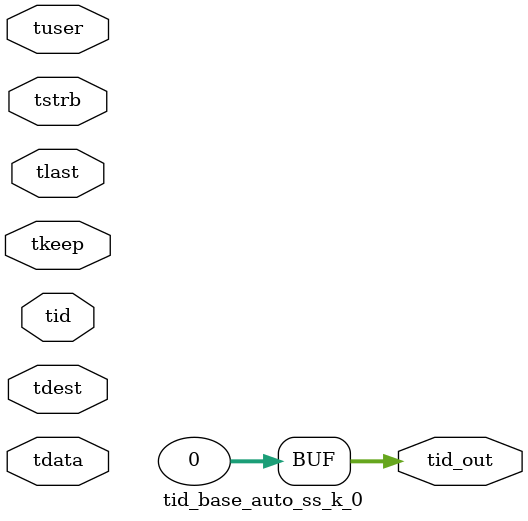
<source format=v>


`timescale 1ps/1ps

module tid_base_auto_ss_k_0 #
(
parameter C_S_AXIS_TID_WIDTH   = 1,
parameter C_S_AXIS_TUSER_WIDTH = 0,
parameter C_S_AXIS_TDATA_WIDTH = 0,
parameter C_S_AXIS_TDEST_WIDTH = 0,
parameter C_M_AXIS_TID_WIDTH   = 32
)
(
input  [(C_S_AXIS_TID_WIDTH   == 0 ? 1 : C_S_AXIS_TID_WIDTH)-1:0       ] tid,
input  [(C_S_AXIS_TDATA_WIDTH == 0 ? 1 : C_S_AXIS_TDATA_WIDTH)-1:0     ] tdata,
input  [(C_S_AXIS_TUSER_WIDTH == 0 ? 1 : C_S_AXIS_TUSER_WIDTH)-1:0     ] tuser,
input  [(C_S_AXIS_TDEST_WIDTH == 0 ? 1 : C_S_AXIS_TDEST_WIDTH)-1:0     ] tdest,
input  [(C_S_AXIS_TDATA_WIDTH/8)-1:0 ] tkeep,
input  [(C_S_AXIS_TDATA_WIDTH/8)-1:0 ] tstrb,
input                                                                    tlast,
output [(C_M_AXIS_TID_WIDTH   == 0 ? 1 : C_M_AXIS_TID_WIDTH)-1:0       ] tid_out
);

assign tid_out = {1'b0};

endmodule


</source>
